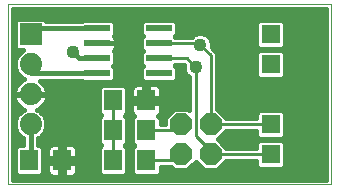
<source format=gtl>
G75*
%MOIN*%
%OFA0B0*%
%FSLAX25Y25*%
%IPPOS*%
%LPD*%
%AMOC8*
5,1,8,0,0,1.08239X$1,22.5*
%
%ADD10C,0.00000*%
%ADD11R,0.08661X0.02362*%
%ADD12R,0.06299X0.07098*%
%ADD13R,0.06299X0.07087*%
%ADD14R,0.07400X0.07400*%
%ADD15C,0.07400*%
%ADD16R,0.06400X0.06400*%
%ADD17OC8,0.07400*%
%ADD18C,0.01600*%
%ADD19C,0.04362*%
%ADD20C,0.01000*%
D10*
X0001800Y0158233D02*
X0001800Y0218233D01*
X0109300Y0218233D01*
X0109300Y0158233D01*
X0001800Y0158233D01*
D11*
X0031564Y0195233D03*
X0031564Y0200233D03*
X0031564Y0205233D03*
X0031564Y0210233D03*
X0052036Y0210233D03*
X0052036Y0205233D03*
X0052036Y0200233D03*
X0052036Y0195233D03*
D12*
X0047898Y0176233D03*
X0036702Y0176233D03*
X0036702Y0166233D03*
X0047898Y0166233D03*
D13*
X0019812Y0166233D03*
X0008788Y0166233D03*
X0036788Y0186233D03*
X0047812Y0186233D03*
D14*
X0009300Y0208233D03*
D15*
X0009300Y0198233D03*
X0009300Y0188233D03*
X0009300Y0178233D03*
D16*
X0089300Y0178233D03*
X0089300Y0168233D03*
X0089300Y0198233D03*
X0089300Y0208233D03*
D17*
X0069300Y0178233D03*
X0059300Y0178233D03*
X0059300Y0168233D03*
X0069300Y0168233D03*
D18*
X0073189Y0164627D02*
X0084500Y0164627D01*
X0084500Y0164371D02*
X0085437Y0163433D01*
X0093163Y0163433D01*
X0094100Y0164371D01*
X0094100Y0172096D01*
X0093163Y0173033D01*
X0085437Y0173033D01*
X0084500Y0172096D01*
X0084500Y0170533D01*
X0074495Y0170533D01*
X0071795Y0173233D01*
X0074495Y0175933D01*
X0084500Y0175933D01*
X0084500Y0174371D01*
X0085437Y0173433D01*
X0093163Y0173433D01*
X0094100Y0174371D01*
X0094100Y0182096D01*
X0093163Y0183033D01*
X0085437Y0183033D01*
X0084500Y0182096D01*
X0084500Y0180533D01*
X0074495Y0180533D01*
X0071600Y0183429D01*
X0071600Y0202186D01*
X0070253Y0203533D01*
X0069781Y0204005D01*
X0069781Y0205525D01*
X0069175Y0206988D01*
X0068055Y0208108D01*
X0066592Y0208714D01*
X0065008Y0208714D01*
X0063545Y0208108D01*
X0062970Y0207533D01*
X0057511Y0207533D01*
X0057311Y0207733D01*
X0057967Y0208389D01*
X0057967Y0212077D01*
X0057030Y0213014D01*
X0047043Y0213014D01*
X0046106Y0212077D01*
X0046106Y0208389D01*
X0046762Y0207733D01*
X0046106Y0207077D01*
X0046106Y0203389D01*
X0046762Y0202733D01*
X0046106Y0202077D01*
X0046106Y0198389D01*
X0046762Y0197733D01*
X0046106Y0197077D01*
X0046106Y0193389D01*
X0047043Y0192452D01*
X0057030Y0192452D01*
X0057967Y0193389D01*
X0057967Y0197077D01*
X0057311Y0197733D01*
X0057511Y0197933D01*
X0060319Y0197933D01*
X0060319Y0196441D01*
X0060925Y0194978D01*
X0062000Y0193903D01*
X0062000Y0183029D01*
X0061495Y0183533D01*
X0057105Y0183533D01*
X0054000Y0180429D01*
X0054000Y0178533D01*
X0052648Y0178533D01*
X0052648Y0180445D01*
X0051925Y0181168D01*
X0052067Y0181250D01*
X0052402Y0181585D01*
X0052639Y0181995D01*
X0052761Y0182453D01*
X0052761Y0185459D01*
X0048587Y0185459D01*
X0048587Y0187008D01*
X0052761Y0187008D01*
X0052761Y0190014D01*
X0052639Y0190471D01*
X0052402Y0190882D01*
X0052067Y0191217D01*
X0051656Y0191454D01*
X0051198Y0191577D01*
X0048587Y0191577D01*
X0048587Y0187008D01*
X0047037Y0187008D01*
X0047037Y0185459D01*
X0042862Y0185459D01*
X0042862Y0182453D01*
X0042985Y0181995D01*
X0043222Y0181585D01*
X0043557Y0181250D01*
X0043808Y0181105D01*
X0043149Y0180445D01*
X0043149Y0172021D01*
X0043937Y0171233D01*
X0043149Y0170445D01*
X0043149Y0162021D01*
X0044086Y0161084D01*
X0051711Y0161084D01*
X0052648Y0162021D01*
X0052648Y0163933D01*
X0056105Y0163933D01*
X0057105Y0162933D01*
X0061495Y0162933D01*
X0064300Y0165738D01*
X0067105Y0162933D01*
X0071495Y0162933D01*
X0074495Y0165933D01*
X0084500Y0165933D01*
X0084500Y0164371D01*
X0071591Y0163029D02*
X0107700Y0163029D01*
X0107700Y0164627D02*
X0094100Y0164627D01*
X0094100Y0166226D02*
X0107700Y0166226D01*
X0107700Y0167824D02*
X0094100Y0167824D01*
X0094100Y0169423D02*
X0107700Y0169423D01*
X0107700Y0171021D02*
X0094100Y0171021D01*
X0093576Y0172620D02*
X0107700Y0172620D01*
X0107700Y0174218D02*
X0093948Y0174218D01*
X0094100Y0175817D02*
X0107700Y0175817D01*
X0107700Y0177415D02*
X0094100Y0177415D01*
X0094100Y0179014D02*
X0107700Y0179014D01*
X0107700Y0180612D02*
X0094100Y0180612D01*
X0093985Y0182211D02*
X0107700Y0182211D01*
X0107700Y0183810D02*
X0071600Y0183810D01*
X0071600Y0185408D02*
X0107700Y0185408D01*
X0107700Y0187007D02*
X0071600Y0187007D01*
X0071600Y0188605D02*
X0107700Y0188605D01*
X0107700Y0190204D02*
X0071600Y0190204D01*
X0071600Y0191802D02*
X0107700Y0191802D01*
X0107700Y0193401D02*
X0071600Y0193401D01*
X0071600Y0194999D02*
X0084500Y0194999D01*
X0084500Y0194371D02*
X0085437Y0193433D01*
X0093163Y0193433D01*
X0094100Y0194371D01*
X0094100Y0202096D01*
X0093163Y0203033D01*
X0085437Y0203033D01*
X0084500Y0202096D01*
X0084500Y0194371D01*
X0084500Y0196598D02*
X0071600Y0196598D01*
X0071600Y0198196D02*
X0084500Y0198196D01*
X0084500Y0199795D02*
X0071600Y0199795D01*
X0071600Y0201393D02*
X0084500Y0201393D01*
X0085396Y0202992D02*
X0070794Y0202992D01*
X0069781Y0204590D02*
X0084500Y0204590D01*
X0084500Y0204371D02*
X0085437Y0203433D01*
X0093163Y0203433D01*
X0094100Y0204371D01*
X0094100Y0212096D01*
X0093163Y0213033D01*
X0085437Y0213033D01*
X0084500Y0212096D01*
X0084500Y0204371D01*
X0084500Y0206189D02*
X0069506Y0206189D01*
X0068376Y0207787D02*
X0084500Y0207787D01*
X0084500Y0209386D02*
X0057967Y0209386D01*
X0057967Y0210984D02*
X0084500Y0210984D01*
X0084987Y0212583D02*
X0057461Y0212583D01*
X0057365Y0207787D02*
X0063224Y0207787D01*
X0046708Y0207787D02*
X0037067Y0207787D01*
X0037000Y0207855D02*
X0036974Y0207869D01*
X0037494Y0208389D01*
X0037494Y0212077D01*
X0036557Y0213014D01*
X0026570Y0213014D01*
X0026389Y0212833D01*
X0014363Y0212833D01*
X0013663Y0213533D01*
X0004937Y0213533D01*
X0004000Y0212596D01*
X0004000Y0203871D01*
X0004937Y0202933D01*
X0006797Y0202933D01*
X0006298Y0202726D01*
X0004807Y0201236D01*
X0004000Y0199288D01*
X0004000Y0197179D01*
X0004807Y0195231D01*
X0006298Y0193740D01*
X0007244Y0193348D01*
X0007189Y0193330D01*
X0006417Y0192937D01*
X0005717Y0192428D01*
X0005105Y0191816D01*
X0004596Y0191116D01*
X0004203Y0190345D01*
X0003935Y0189521D01*
X0003800Y0188666D01*
X0003800Y0188433D01*
X0009100Y0188433D01*
X0009100Y0188033D01*
X0003800Y0188033D01*
X0003800Y0187800D01*
X0003935Y0186945D01*
X0004203Y0186122D01*
X0004596Y0185351D01*
X0005105Y0184650D01*
X0005717Y0184038D01*
X0006417Y0183529D01*
X0007189Y0183136D01*
X0007244Y0183118D01*
X0006298Y0182726D01*
X0004807Y0181236D01*
X0004000Y0179288D01*
X0004000Y0177179D01*
X0004807Y0175231D01*
X0006298Y0173740D01*
X0006700Y0173574D01*
X0006700Y0171377D01*
X0004976Y0171377D01*
X0004039Y0170439D01*
X0004039Y0162027D01*
X0004976Y0161090D01*
X0012601Y0161090D01*
X0013538Y0162027D01*
X0013538Y0170439D01*
X0012601Y0171377D01*
X0011900Y0171377D01*
X0011900Y0173574D01*
X0012302Y0173740D01*
X0013793Y0175231D01*
X0014600Y0177179D01*
X0014600Y0179288D01*
X0013793Y0181236D01*
X0012302Y0182726D01*
X0011356Y0183118D01*
X0011411Y0183136D01*
X0012183Y0183529D01*
X0012883Y0184038D01*
X0013495Y0184650D01*
X0014004Y0185351D01*
X0014397Y0186122D01*
X0014665Y0186945D01*
X0014800Y0187800D01*
X0014800Y0188033D01*
X0009500Y0188033D01*
X0009500Y0188433D01*
X0014800Y0188433D01*
X0014800Y0188666D01*
X0014665Y0189521D01*
X0014397Y0190345D01*
X0014004Y0191116D01*
X0013495Y0191816D01*
X0012883Y0192428D01*
X0012601Y0192633D01*
X0026389Y0192633D01*
X0026570Y0192452D01*
X0036557Y0192452D01*
X0037494Y0193389D01*
X0037494Y0197077D01*
X0036838Y0197733D01*
X0037494Y0198389D01*
X0037494Y0202077D01*
X0036974Y0202597D01*
X0037000Y0202612D01*
X0037335Y0202947D01*
X0037572Y0203357D01*
X0037694Y0203815D01*
X0037694Y0205233D01*
X0031564Y0205233D01*
X0031564Y0205233D01*
X0037694Y0205233D01*
X0037694Y0206651D01*
X0037572Y0207109D01*
X0037335Y0207520D01*
X0037000Y0207855D01*
X0037494Y0209386D02*
X0046106Y0209386D01*
X0046106Y0210984D02*
X0037494Y0210984D01*
X0036989Y0212583D02*
X0046611Y0212583D01*
X0031564Y0210233D02*
X0009300Y0210233D01*
X0009300Y0208233D01*
X0004000Y0207787D02*
X0003400Y0207787D01*
X0003400Y0206189D02*
X0004000Y0206189D01*
X0004000Y0204590D02*
X0003400Y0204590D01*
X0003400Y0202992D02*
X0004879Y0202992D01*
X0004964Y0201393D02*
X0003400Y0201393D01*
X0003400Y0199795D02*
X0004210Y0199795D01*
X0004000Y0198196D02*
X0003400Y0198196D01*
X0003400Y0196598D02*
X0004241Y0196598D01*
X0005039Y0194999D02*
X0003400Y0194999D01*
X0003400Y0193401D02*
X0007118Y0193401D01*
X0005094Y0191802D02*
X0003400Y0191802D01*
X0003400Y0190204D02*
X0004157Y0190204D01*
X0003800Y0188605D02*
X0003400Y0188605D01*
X0003400Y0187007D02*
X0003926Y0187007D01*
X0003400Y0185408D02*
X0004567Y0185408D01*
X0003400Y0183810D02*
X0006032Y0183810D01*
X0005782Y0182211D02*
X0003400Y0182211D01*
X0003400Y0180612D02*
X0004549Y0180612D01*
X0004000Y0179014D02*
X0003400Y0179014D01*
X0003400Y0177415D02*
X0004000Y0177415D01*
X0004564Y0175817D02*
X0003400Y0175817D01*
X0003400Y0174218D02*
X0005820Y0174218D01*
X0006700Y0172620D02*
X0003400Y0172620D01*
X0003400Y0171021D02*
X0004621Y0171021D01*
X0004039Y0169423D02*
X0003400Y0169423D01*
X0003400Y0167824D02*
X0004039Y0167824D01*
X0004039Y0166226D02*
X0003400Y0166226D01*
X0003400Y0164627D02*
X0004039Y0164627D01*
X0004039Y0163029D02*
X0003400Y0163029D01*
X0003400Y0161430D02*
X0004636Y0161430D01*
X0003400Y0159833D02*
X0003400Y0216633D01*
X0107700Y0216633D01*
X0107700Y0159833D01*
X0003400Y0159833D01*
X0012941Y0161430D02*
X0015376Y0161430D01*
X0015222Y0161585D02*
X0015557Y0161250D01*
X0015967Y0161013D01*
X0016425Y0160890D01*
X0019037Y0160890D01*
X0019037Y0165458D01*
X0020587Y0165458D01*
X0020587Y0160890D01*
X0023198Y0160890D01*
X0023656Y0161013D01*
X0024067Y0161250D01*
X0024402Y0161585D01*
X0024639Y0161995D01*
X0024761Y0162453D01*
X0024761Y0165459D01*
X0020587Y0165459D01*
X0020587Y0167008D01*
X0024761Y0167008D01*
X0024761Y0170014D01*
X0024639Y0170471D01*
X0024402Y0170882D01*
X0024067Y0171217D01*
X0023656Y0171454D01*
X0023198Y0171577D01*
X0020587Y0171577D01*
X0020587Y0167008D01*
X0019037Y0167008D01*
X0019037Y0165459D01*
X0014862Y0165459D01*
X0014862Y0162453D01*
X0014985Y0161995D01*
X0015222Y0161585D01*
X0014862Y0163029D02*
X0013538Y0163029D01*
X0013538Y0164627D02*
X0014862Y0164627D01*
X0013538Y0166226D02*
X0019037Y0166226D01*
X0019037Y0167008D02*
X0014862Y0167008D01*
X0014862Y0170014D01*
X0014985Y0170471D01*
X0015222Y0170882D01*
X0015557Y0171217D01*
X0015967Y0171454D01*
X0016425Y0171577D01*
X0019037Y0171577D01*
X0019037Y0167008D01*
X0019037Y0167824D02*
X0020587Y0167824D01*
X0020587Y0166226D02*
X0031952Y0166226D01*
X0031952Y0167824D02*
X0024761Y0167824D01*
X0024761Y0169423D02*
X0031952Y0169423D01*
X0031952Y0170445D02*
X0031952Y0162021D01*
X0032889Y0161084D01*
X0040514Y0161084D01*
X0041451Y0162021D01*
X0041451Y0170445D01*
X0040663Y0171233D01*
X0041451Y0172021D01*
X0041451Y0180445D01*
X0040703Y0181193D01*
X0041538Y0182027D01*
X0041538Y0190439D01*
X0040601Y0191377D01*
X0032976Y0191377D01*
X0032039Y0190439D01*
X0032039Y0182027D01*
X0032786Y0181280D01*
X0031952Y0180445D01*
X0031952Y0172021D01*
X0032740Y0171233D01*
X0031952Y0170445D01*
X0032528Y0171021D02*
X0024262Y0171021D01*
X0020587Y0171021D02*
X0019037Y0171021D01*
X0019037Y0169423D02*
X0020587Y0169423D01*
X0015361Y0171021D02*
X0012956Y0171021D01*
X0013538Y0169423D02*
X0014862Y0169423D01*
X0014862Y0167824D02*
X0013538Y0167824D01*
X0009300Y0166745D02*
X0008788Y0166233D01*
X0009300Y0166745D02*
X0009300Y0178233D01*
X0014051Y0180612D02*
X0032119Y0180612D01*
X0032039Y0182211D02*
X0012818Y0182211D01*
X0012568Y0183810D02*
X0032039Y0183810D01*
X0032039Y0185408D02*
X0014033Y0185408D01*
X0014674Y0187007D02*
X0032039Y0187007D01*
X0032039Y0188605D02*
X0014800Y0188605D01*
X0014443Y0190204D02*
X0032039Y0190204D01*
X0037494Y0193401D02*
X0046106Y0193401D01*
X0046106Y0194999D02*
X0037494Y0194999D01*
X0037494Y0196598D02*
X0046106Y0196598D01*
X0046299Y0198196D02*
X0037301Y0198196D01*
X0037494Y0199795D02*
X0046106Y0199795D01*
X0046106Y0201393D02*
X0037494Y0201393D01*
X0037361Y0202992D02*
X0046503Y0202992D01*
X0046106Y0204590D02*
X0037694Y0204590D01*
X0037694Y0206189D02*
X0046106Y0206189D01*
X0031564Y0200233D02*
X0025300Y0200233D01*
X0023300Y0202233D01*
X0009300Y0198233D02*
X0009300Y0195233D01*
X0031564Y0195233D01*
X0041538Y0190204D02*
X0042913Y0190204D01*
X0042862Y0190014D02*
X0042862Y0187008D01*
X0047037Y0187008D01*
X0047037Y0191577D01*
X0044425Y0191577D01*
X0043967Y0191454D01*
X0043557Y0191217D01*
X0043222Y0190882D01*
X0042985Y0190471D01*
X0042862Y0190014D01*
X0042862Y0188605D02*
X0041538Y0188605D01*
X0041538Y0187007D02*
X0047037Y0187007D01*
X0048587Y0187007D02*
X0062000Y0187007D01*
X0062000Y0188605D02*
X0052761Y0188605D01*
X0052711Y0190204D02*
X0062000Y0190204D01*
X0062000Y0191802D02*
X0013506Y0191802D01*
X0041538Y0185408D02*
X0042862Y0185408D01*
X0042862Y0183810D02*
X0041538Y0183810D01*
X0041538Y0182211D02*
X0042927Y0182211D01*
X0043316Y0180612D02*
X0041284Y0180612D01*
X0041451Y0179014D02*
X0043149Y0179014D01*
X0043149Y0177415D02*
X0041451Y0177415D01*
X0041451Y0175817D02*
X0043149Y0175817D01*
X0043149Y0174218D02*
X0041451Y0174218D01*
X0041451Y0172620D02*
X0043149Y0172620D01*
X0043725Y0171021D02*
X0040875Y0171021D01*
X0041451Y0169423D02*
X0043149Y0169423D01*
X0043149Y0167824D02*
X0041451Y0167824D01*
X0041451Y0166226D02*
X0043149Y0166226D01*
X0043149Y0164627D02*
X0041451Y0164627D01*
X0041451Y0163029D02*
X0043149Y0163029D01*
X0043740Y0161430D02*
X0040860Y0161430D01*
X0032543Y0161430D02*
X0024247Y0161430D01*
X0024761Y0163029D02*
X0031952Y0163029D01*
X0031952Y0164627D02*
X0024761Y0164627D01*
X0020587Y0164627D02*
X0019037Y0164627D01*
X0019037Y0163029D02*
X0020587Y0163029D01*
X0020587Y0161430D02*
X0019037Y0161430D01*
X0011900Y0172620D02*
X0031952Y0172620D01*
X0031952Y0174218D02*
X0012780Y0174218D01*
X0014036Y0175817D02*
X0031952Y0175817D01*
X0031952Y0177415D02*
X0014600Y0177415D01*
X0014600Y0179014D02*
X0031952Y0179014D01*
X0036702Y0176233D02*
X0036788Y0176233D01*
X0052648Y0179014D02*
X0054000Y0179014D01*
X0054184Y0180612D02*
X0052481Y0180612D01*
X0052697Y0182211D02*
X0055782Y0182211D01*
X0052761Y0183810D02*
X0062000Y0183810D01*
X0062000Y0185408D02*
X0052761Y0185408D01*
X0048587Y0188605D02*
X0047037Y0188605D01*
X0047037Y0190204D02*
X0048587Y0190204D01*
X0057967Y0193401D02*
X0062000Y0193401D01*
X0060916Y0194999D02*
X0057967Y0194999D01*
X0057967Y0196598D02*
X0060319Y0196598D01*
X0093204Y0202992D02*
X0107700Y0202992D01*
X0107700Y0204590D02*
X0094100Y0204590D01*
X0094100Y0206189D02*
X0107700Y0206189D01*
X0107700Y0207787D02*
X0094100Y0207787D01*
X0094100Y0209386D02*
X0107700Y0209386D01*
X0107700Y0210984D02*
X0094100Y0210984D01*
X0093613Y0212583D02*
X0107700Y0212583D01*
X0107700Y0214181D02*
X0003400Y0214181D01*
X0003400Y0212583D02*
X0004000Y0212583D01*
X0004000Y0210984D02*
X0003400Y0210984D01*
X0003400Y0209386D02*
X0004000Y0209386D01*
X0003400Y0215780D02*
X0107700Y0215780D01*
X0107700Y0201393D02*
X0094100Y0201393D01*
X0094100Y0199795D02*
X0107700Y0199795D01*
X0107700Y0198196D02*
X0094100Y0198196D01*
X0094100Y0196598D02*
X0107700Y0196598D01*
X0107700Y0194999D02*
X0094100Y0194999D01*
X0084615Y0182211D02*
X0072818Y0182211D01*
X0074416Y0180612D02*
X0084500Y0180612D01*
X0084500Y0175817D02*
X0074379Y0175817D01*
X0072780Y0174218D02*
X0084652Y0174218D01*
X0085024Y0172620D02*
X0072409Y0172620D01*
X0074007Y0171021D02*
X0084500Y0171021D01*
X0065411Y0164627D02*
X0063189Y0164627D01*
X0061591Y0163029D02*
X0067009Y0163029D01*
X0057009Y0163029D02*
X0052648Y0163029D01*
X0052057Y0161430D02*
X0107700Y0161430D01*
D19*
X0064300Y0197233D03*
X0065800Y0204733D03*
X0041300Y0208233D03*
X0023300Y0202233D03*
X0096300Y0211233D03*
D20*
X0069300Y0201233D02*
X0069300Y0178233D01*
X0089300Y0178233D01*
X0069300Y0169233D02*
X0064300Y0174233D01*
X0064300Y0197233D01*
X0062800Y0198733D01*
X0061300Y0200233D01*
X0052036Y0200233D01*
X0064300Y0205233D02*
X0064800Y0204733D01*
X0065800Y0204733D01*
X0065300Y0205233D01*
X0064300Y0205233D01*
X0052036Y0205233D01*
X0065800Y0204733D02*
X0069300Y0201233D01*
X0036788Y0186233D02*
X0036788Y0176233D01*
X0036702Y0176233D02*
X0036702Y0166233D01*
X0047898Y0166233D02*
X0057300Y0166233D01*
X0059300Y0168233D01*
X0069300Y0168233D02*
X0069300Y0169233D01*
X0069300Y0168233D02*
X0089300Y0168233D01*
X0059300Y0178233D02*
X0057300Y0176233D01*
X0047898Y0176233D01*
M02*

</source>
